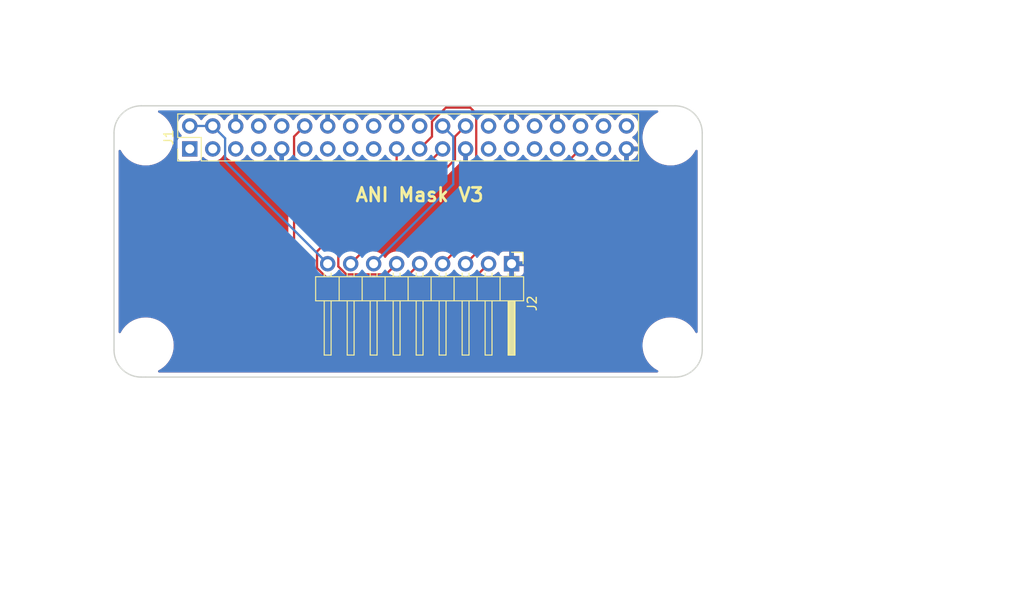
<source format=kicad_pcb>
(kicad_pcb (version 20211014) (generator pcbnew)
  (title_block (title "Raspberry Pi Zero (W) uHAT Template Board") (date "2019-02-28") (rev "1.0") (comment 1 "This PCB design is licensed under MIT Open Source License."))
  (layers (0 "F.Cu" signal) (31 "B.Cu" signal) (34 "B.Paste" user) (35 "F.Paste" user) (36 "B.SilkS" user "B.Silkscreen") (37 "F.SilkS" user "F.Silkscreen") (38 "B.Mask" user) (39 "F.Mask" user) (44 "Edge.Cuts" user))
  (net 0 "")
  (net 1 "GND")
  (net 25 "Net-(J1-Pad2)")
  (net 26 "Net-(J1-Pad12)")
  (net 27 "Net-(J1-Pad19)")
  (net 28 "Net-(J1-Pad21)")
  (net 29 "Net-(J1-Pad23)")
  (net 30 "Net-(J1-Pad24)")
  (net 31 "Net-(J1-Pad26)")
  (net 32 "Net-(J1-Pad35)")
  (footprint "lib:MountingHole_2.7mm_M2.5_uHAT_RPi" (layer "F.Cu") (at 121.032 94.568)
    (fp_text reference "H1" hide)
    (fp_text value "MountingHole" hide)
    (pad "" np_thru_hole circle locked (at 0 0) (size 2.7 2.7) (drill 2.7) (layers *.Cu *.Mask) (clearance 1.75))
  )
  (footprint "lib:MountingHole_2.7mm_M2.5_uHAT_RPi" (layer "F.Cu") (at 179.032 94.568)
    (fp_text reference "H2" hide)
    (fp_text value "MountingHole" hide)
    (pad "" np_thru_hole circle locked (at 0 0) (size 2.7 2.7) (drill 2.7) (layers *.Cu *.Mask) (clearance 1.75))
  )
  (footprint "lib:MountingHole_2.7mm_M2.5_uHAT_RPi" (layer "F.Cu") (at 179.032 117.568)
    (fp_text reference "H3" hide)
    (fp_text value "MountingHole" hide)
    (pad "" np_thru_hole circle locked (at 0 0) (size 2.7 2.7) (drill 2.7) (layers *.Cu *.Mask) (clearance 1.75))
  )
  (footprint "lib:MountingHole_2.7mm_M2.5_uHAT_RPi" (layer "F.Cu") (at 121.032 117.568)
    (fp_text reference "H4" hide)
    (fp_text value "MountingHole" hide)
    (pad "" np_thru_hole circle locked (at 0 0) (size 2.7 2.7) (drill 2.7) (layers *.Cu *.Mask) (clearance 1.75))
  )
  (footprint "Connector_PinHeader_2.54mm:PinHeader_1x09_P2.54mm_Horizontal" (layer "F.Cu") (at 161.462 108.533 -90)
    (fp_text reference "J2" (at 4.385 -2.27 90) (layer "F.SilkS"))
    (fp_text value "Eyes Connector")
    (fp_line (start 1.44 11.43) (end 4.1 11.43) (layer "F.SilkS") (width 0.12))
    (fp_line (start 1.11 -0.38) (end 1.44 -0.38) (layer "F.SilkS") (width 0.12))
    (fp_line (start 1.042929 17.4) (end 1.44 17.4) (layer "F.SilkS") (width 0.12))
    (fp_line (start 4.1 0.04) (end 10.1 0.04) (layer "F.SilkS") (width 0.12))
    (fp_line (start 10.1 9.78) (end 10.1 10.54) (layer "F.SilkS") (width 0.12))
    (fp_line (start 10.1 14.86) (end 10.1 15.62) (layer "F.SilkS") (width 0.12))
    (fp_line (start 10.1 2.92) (end 4.1 2.92) (layer "F.SilkS") (width 0.12))
    (fp_line (start 4.1 0.28) (end 10.1 0.28) (layer "F.SilkS") (width 0.12))
    (fp_line (start 4.1 0.16) (end 10.1 0.16) (layer "F.SilkS") (width 0.12))
    (fp_line (start 1.042929 4.7) (end 1.44 4.7) (layer "F.SilkS") (width 0.12))
    (fp_line (start 4.1 19.94) (end 10.1 19.94) (layer "F.SilkS") (width 0.12))
    (fp_line (start 10.1 18.16) (end 4.1 18.16) (layer "F.SilkS") (width 0.12))
    (fp_line (start 1.042929 2.92) (end 1.44 2.92) (layer "F.SilkS") (width 0.12))
    (fp_line (start 10.1 15.62) (end 4.1 15.62) (layer "F.SilkS") (width 0.12))
    (fp_line (start 1.44 16.51) (end 4.1 16.51) (layer "F.SilkS") (width 0.12))
    (fp_line (start 1.44 8.89) (end 4.1 8.89) (layer "F.SilkS") (width 0.12))
    (fp_line (start 4.1 -1.33) (end 1.44 -1.33) (layer "F.SilkS") (width 0.12))
    (fp_line (start 1.44 1.27) (end 4.1 1.27) (layer "F.SilkS") (width 0.12))
    (fp_line (start 1.11 0.38) (end 1.44 0.38) (layer "F.SilkS") (width 0.12))
    (fp_line (start 10.1 17.4) (end 10.1 18.16) (layer "F.SilkS") (width 0.12))
    (fp_line (start 10.1 12.32) (end 10.1 13.08) (layer "F.SilkS") (width 0.12))
    (fp_line (start 1.042929 13.08) (end 1.44 13.08) (layer "F.SilkS") (width 0.12))
    (fp_line (start 1.44 13.97) (end 4.1 13.97) (layer "F.SilkS") (width 0.12))
    (fp_line (start 4.1 -0.08) (end 10.1 -0.08) (layer "F.SilkS") (width 0.12))
    (fp_line (start 4.1 -0.2) (end 10.1 -0.2) (layer "F.SilkS") (width 0.12))
    (fp_line (start 1.042929 7.24) (end 1.44 7.24) (layer "F.SilkS") (width 0.12))
    (fp_line (start 4.1 14.86) (end 10.1 14.86) (layer "F.SilkS") (width 0.12))
    (fp_line (start 1.042929 2.16) (end 1.44 2.16) (layer "F.SilkS") (width 0.12))
    (fp_line (start 4.1 9.78) (end 10.1 9.78) (layer "F.SilkS") (width 0.12))
    (fp_line (start 1.042929 14.86) (end 1.44 14.86) (layer "F.SilkS") (width 0.12))
    (fp_line (start 4.1 -0.32) (end 10.1 -0.32) (layer "F.SilkS") (width 0.12))
    (fp_line (start 1.042929 10.54) (end 1.44 10.54) (layer "F.SilkS") (width 0.12))
    (fp_line (start 4.1 12.32) (end 10.1 12.32) (layer "F.SilkS") (width 0.12))
    (fp_line (start 10.1 20.7) (end 4.1 20.7) (layer "F.SilkS") (width 0.12))
    (fp_line (start 10.1 7.24) (end 10.1 8) (layer "F.SilkS") (width 0.12))
    (fp_line (start 1.042929 19.94) (end 1.44 19.94) (layer "F.SilkS") (width 0.12))
    (fp_line (start 1.042929 8) (end 1.44 8) (layer "F.SilkS") (width 0.12))
    (fp_line (start 1.042929 9.78) (end 1.44 9.78) (layer "F.SilkS") (width 0.12))
    (fp_line (start 10.1 19.94) (end 10.1 20.7) (layer "F.SilkS") (width 0.12))
    (fp_line (start 4.1 2.16) (end 10.1 2.16) (layer "F.SilkS") (width 0.12))
    (fp_line (start -1.27 -1.27) (end 0 -1.27) (layer "F.SilkS") (width 0.12))
    (fp_line (start 1.44 3.81) (end 4.1 3.81) (layer "F.SilkS") (width 0.12))
    (fp_line (start 1.44 21.65) (end 4.1 21.65) (layer "F.SilkS") (width 0.12))
    (fp_line (start 1.042929 20.7) (end 1.44 20.7) (layer "F.SilkS") (width 0.12))
    (fp_line (start 10.1 5.46) (end 4.1 5.46) (layer "F.SilkS") (width 0.12))
    (fp_line (start 1.44 19.05) (end 4.1 19.05) (layer "F.SilkS") (width 0.12))
    (fp_line (start 1.44 6.35) (end 4.1 6.35) (layer "F.SilkS") (width 0.12))
    (fp_line (start 4.1 4.7) (end 10.1 4.7) (layer "F.SilkS") (width 0.12))
    (fp_line (start 10.1 4.7) (end 10.1 5.46) (layer "F.SilkS") (width 0.12))
    (fp_line (start 4.1 -0.38) (end 10.1 -0.38) (layer "F.SilkS") (width 0.12))
    (fp_line (start 1.042929 15.62) (end 1.44 15.62) (layer "F.SilkS") (width 0.12))
    (fp_line (start 1.042929 5.46) (end 1.44 5.46) (layer "F.SilkS") (width 0.12))
    (fp_line (start -1.27 0) (end -1.27 -1.27) (layer "F.SilkS") (width 0.12))
    (fp_line (start 10.1 8) (end 4.1 8) (layer "F.SilkS") (width 0.12))
    (fp_line (start 10.1 0.38) (end 4.1 0.38) (layer "F.SilkS") (width 0.12))
    (fp_line (start 4.1 21.65) (end 4.1 -1.33) (layer "F.SilkS") (width 0.12))
    (fp_line (start 10.1 10.54) (end 4.1 10.54) (layer "F.SilkS") (width 0.12))
    (fp_line (start 10.1 -0.38) (end 10.1 0.38) (layer "F.SilkS") (width 0.12))
    (fp_line (start 1.44 -1.33) (end 1.44 21.65) (layer "F.SilkS") (width 0.12))
    (fp_line (start 4.1 17.4) (end 10.1 17.4) (layer "F.SilkS") (width 0.12))
    (fp_line (start 1.042929 18.16) (end 1.44 18.16) (layer "F.SilkS") (width 0.12))
    (fp_line (start 10.1 2.16) (end 10.1 2.92) (layer "F.SilkS") (width 0.12))
    (fp_line (start 1.042929 12.32) (end 1.44 12.32) (layer "F.SilkS") (width 0.12))
    (fp_line (start 4.1 7.24) (end 10.1 7.24) (layer "F.SilkS") (width 0.12))
    (fp_line (start 10.1 13.08) (end 4.1 13.08) (layer "F.SilkS") (width 0.12))
    (pad "1" thru_hole rect (at 0 0 270) (size 1.7 1.7) (drill 1) (layers *.Cu *.Mask) (net 1 "GND"))
    (pad "2" thru_hole oval (at 0 2.54 270) (size 1.7 1.7) (drill 1) (layers *.Cu *.Mask) (net 26 "Net-(J1-Pad12)"))
    (pad "3" thru_hole oval (at 0 5.08 270) (size 1.7 1.7) (drill 1) (layers *.Cu *.Mask) (net 32 "Net-(J1-Pad35)"))
    (pad "4" thru_hole oval (at 0 7.62 270) (size 1.7 1.7) (drill 1) (layers *.Cu *.Mask) (net 28 "Net-(J1-Pad21)"))
    (pad "5" thru_hole oval (at 0 10.16 270) (size 1.7 1.7) (drill 1) (layers *.Cu *.Mask) (net 27 "Net-(J1-Pad19)"))
    (pad "6" thru_hole oval (at 0 12.7 270) (size 1.7 1.7) (drill 1) (layers *.Cu *.Mask) (net 29 "Net-(J1-Pad23)"))
    (pad "7" thru_hole oval (at 0 15.24 270) (size 1.7 1.7) (drill 1) (layers *.Cu *.Mask) (net 30 "Net-(J1-Pad24)"))
    (pad "8" thru_hole oval (at 0 17.78 270) (size 1.7 1.7) (drill 1) (layers *.Cu *.Mask) (net 31 "Net-(J1-Pad26)"))
    (pad "9" thru_hole oval (at 0 20.32 270) (size 1.7 1.7) (drill 1) (layers *.Cu *.Mask) (net 25 "Net-(J1-Pad2)"))
  )
  (footprint "Connector_PinHeader_2.54mm:PinHeader_2x20_P2.54mm_Vertical" (layer "F.Cu") (at 125.902 95.833 90)
    (fp_text reference "J1" (at 1.27 -2.33 90) (layer "F.SilkS"))
    (fp_text value "Raspberry_Pi_2_3")
    (fp_line (start 3.87 -1.33) (end 3.87 49.59) (layer "F.SilkS") (width 0.12))
    (fp_line (start -1.33 0) (end -1.33 -1.33) (layer "F.SilkS") (width 0.12))
    (fp_line (start 1.27 1.27) (end 1.27 -1.33) (layer "F.SilkS") (width 0.12))
    (fp_line (start -1.33 1.27) (end 1.27 1.27) (layer "F.SilkS") (width 0.12))
    (fp_line (start -1.33 1.27) (end -1.33 49.59) (layer "F.SilkS") (width 0.12))
    (fp_line (start -1.33 49.59) (end 3.87 49.59) (layer "F.SilkS") (width 0.12))
    (fp_line (start -1.33 -1.33) (end 0 -1.33) (layer "F.SilkS") (width 0.12))
    (fp_line (start 1.27 -1.33) (end 3.87 -1.33) (layer "F.SilkS") (width 0.12))
    (pad "1" thru_hole rect (at 0 0 90) (size 1.7 1.7) (drill 1) (layers *.Cu *.Mask))
    (pad "2" thru_hole oval (at 2.54 0 90) (size 1.7 1.7) (drill 1) (layers *.Cu *.Mask) (net 25 "Net-(J1-Pad2)"))
    (pad "3" thru_hole oval (at 0 2.54 90) (size 1.7 1.7) (drill 1) (layers *.Cu *.Mask))
    (pad "4" thru_hole oval (at 2.54 2.54 90) (size 1.7 1.7) (drill 1) (layers *.Cu *.Mask) (net 25 "Net-(J1-Pad2)"))
    (pad "5" thru_hole oval (at 0 5.08 90) (size 1.7 1.7) (drill 1) (layers *.Cu *.Mask))
    (pad "6" thru_hole oval (at 2.54 5.08 90) (size 1.7 1.7) (drill 1) (layers *.Cu *.Mask) (net 1 "GND"))
    (pad "7" thru_hole oval (at 0 7.62 90) (size 1.7 1.7) (drill 1) (layers *.Cu *.Mask))
    (pad "8" thru_hole oval (at 2.54 7.62 90) (size 1.7 1.7) (drill 1) (layers *.Cu *.Mask))
    (pad "9" thru_hole oval (at 0 10.16 90) (size 1.7 1.7) (drill 1) (layers *.Cu *.Mask) (net 1 "GND"))
    (pad "10" thru_hole oval (at 2.54 10.16 90) (size 1.7 1.7) (drill 1) (layers *.Cu *.Mask))
    (pad "11" thru_hole oval (at 0 12.7 90) (size 1.7 1.7) (drill 1) (layers *.Cu *.Mask))
    (pad "12" thru_hole oval (at 2.54 12.7 90) (size 1.7 1.7) (drill 1) (layers *.Cu *.Mask) (net 26 "Net-(J1-Pad12)"))
    (pad "13" thru_hole oval (at 0 15.24 90) (size 1.7 1.7) (drill 1) (layers *.Cu *.Mask))
    (pad "14" thru_hole oval (at 2.54 15.24 90) (size 1.7 1.7) (drill 1) (layers *.Cu *.Mask) (net 1 "GND"))
    (pad "15" thru_hole oval (at 0 17.78 90) (size 1.7 1.7) (drill 1) (layers *.Cu *.Mask))
    (pad "16" thru_hole oval (at 2.54 17.78 90) (size 1.7 1.7) (drill 1) (layers *.Cu *.Mask))
    (pad "17" thru_hole oval (at 0 20.32 90) (size 1.7 1.7) (drill 1) (layers *.Cu *.Mask))
    (pad "18" thru_hole oval (at 2.54 20.32 90) (size 1.7 1.7) (drill 1) (layers *.Cu *.Mask))
    (pad "19" thru_hole oval (at 0 22.86 90) (size 1.7 1.7) (drill 1) (layers *.Cu *.Mask) (net 27 "Net-(J1-Pad19)"))
    (pad "20" thru_hole oval (at 2.54 22.86 90) (size 1.7 1.7) (drill 1) (layers *.Cu *.Mask) (net 1 "GND"))
    (pad "21" thru_hole oval (at 0 25.4 90) (size 1.7 1.7) (drill 1) (layers *.Cu *.Mask) (net 28 "Net-(J1-Pad21)"))
    (pad "22" thru_hole oval (at 2.54 25.4 90) (size 1.7 1.7) (drill 1) (layers *.Cu *.Mask))
    (pad "23" thru_hole oval (at 0 27.94 90) (size 1.7 1.7) (drill 1) (layers *.Cu *.Mask) (net 29 "Net-(J1-Pad23)"))
    (pad "24" thru_hole oval (at 2.54 27.94 90) (size 1.7 1.7) (drill 1) (layers *.Cu *.Mask) (net 30 "Net-(J1-Pad24)"))
    (pad "25" thru_hole oval (at 0 30.48 90) (size 1.7 1.7) (drill 1) (layers *.Cu *.Mask) (net 1 "GND"))
    (pad "26" thru_hole oval (at 2.54 30.48 90) (size 1.7 1.7) (drill 1) (layers *.Cu *.Mask) (net 31 "Net-(J1-Pad26)"))
    (pad "27" thru_hole oval (at 0 33.02 90) (size 1.7 1.7) (drill 1) (layers *.Cu *.Mask))
    (pad "28" thru_hole oval (at 2.54 33.02 90) (size 1.7 1.7) (drill 1) (layers *.Cu *.Mask))
    (pad "29" thru_hole oval (at 0 35.56 90) (size 1.7 1.7) (drill 1) (layers *.Cu *.Mask))
    (pad "30" thru_hole oval (at 2.54 35.56 90) (size 1.7 1.7) (drill 1) (layers *.Cu *.Mask) (net 1 "GND"))
    (pad "31" thru_hole oval (at 0 38.1 90) (size 1.7 1.7) (drill 1) (layers *.Cu *.Mask))
    (pad "32" thru_hole oval (at 2.54 38.1 90) (size 1.7 1.7) (drill 1) (layers *.Cu *.Mask))
    (pad "33" thru_hole oval (at 0 40.64 90) (size 1.7 1.7) (drill 1) (layers *.Cu *.Mask))
    (pad "34" thru_hole oval (at 2.54 40.64 90) (size 1.7 1.7) (drill 1) (layers *.Cu *.Mask) (net 1 "GND"))
    (pad "35" thru_hole oval (at 0 43.18 90) (size 1.7 1.7) (drill 1) (layers *.Cu *.Mask) (net 32 "Net-(J1-Pad35)"))
    (pad "36" thru_hole oval (at 2.54 43.18 90) (size 1.7 1.7) (drill 1) (layers *.Cu *.Mask))
    (pad "37" thru_hole oval (at 0 45.72 90) (size 1.7 1.7) (drill 1) (layers *.Cu *.Mask))
    (pad "38" thru_hole oval (at 2.54 45.72 90) (size 1.7 1.7) (drill 1) (layers *.Cu *.Mask))
    (pad "39" thru_hole oval (at 0 48.26 90) (size 1.7 1.7) (drill 1) (layers *.Cu *.Mask) (net 1 "GND"))
    (pad "40" thru_hole oval (at 2.54 48.26 90) (size 1.7 1.7) (drill 1) (layers *.Cu *.Mask))
  )
  (gr_line (start 121.032 121.068) (end 179.032 121.068) (layer "Edge.Cuts") (width 0.15))
  (gr_arc (start 179.532 91.068) (mid 181.65332 91.94668) (end 182.532 94.068) (layer "Edge.Cuts") (width 0.15))
  (gr_arc (start 182.532 118.068) (mid 181.65332 120.18932) (end 179.532 121.068) (layer "Edge.Cuts") (width 0.15))
  (gr_arc (start 120.532 121.068) (mid 118.41068 120.18932) (end 117.532 118.068) (layer "Edge.Cuts") (width 0.15))
  (gr_arc (start 117.532 94.068) (mid 118.41068 91.94668) (end 120.532 91.068) (layer "Edge.Cuts") (width 0.15))
  (gr_line (start 117.532 118.068) (end 117.532 94.068) (layer "Edge.Cuts") (width 0.15))
  (gr_line (start 120.532 91.068) (end 179.532 91.068) (layer "Edge.Cuts") (width 0.15))
  (gr_line (start 182.532 94.068) (end 182.532 118.068) (layer "Edge.Cuts") (width 0.15))
  (gr_line (start 179.032 121.068) (end 179.532 121.068) (layer "Edge.Cuts") (width 0.15))
  (gr_line (start 121.032 121.068) (end 120.532 121.068) (layer "Edge.Cuts") (width 0.15))
  (gr_text "ANI Mask V3" (at 151.302 100.913) (layer "F.SilkS") (effects (font (size 1.5 1.5) (thickness 0.3))))
  (segment (start 129.807489 94.658489) (end 129.807489 97.198489) (width 0.25) (layer "B.Cu") (net 25))
  (segment (start 125.902 93.293) (end 128.442 93.293) (width 0.25) (layer "B.Cu") (net 25))
  (segment (start 128.442 93.293) (end 129.807489 94.658489) (width 0.25) (layer "B.Cu") (net 25))
  (segment (start 129.807489 97.198489) (end 141.142 108.533) (width 0.25) (layer "B.Cu") (net 25))
  (segment (start 138.602 111.073) (end 156.382 111.073) (width 0.25) (layer "F.Cu") (net 26))
  (segment (start 156.382 111.073) (end 158.922 108.533) (width 0.25) (layer "F.Cu") (net 26))
  (segment (start 137.427489 109.898489) (end 138.602 111.073) (width 0.25) (layer "F.Cu") (net 26))
  (segment (start 138.602 93.293) (end 137.427489 94.467511) (width 0.25) (layer "F.Cu") (net 26))
  (segment (start 137.427489 94.467511) (end 137.427489 109.898489) (width 0.25) (layer "F.Cu") (net 26))
  (segment (start 139.967489 109.019499) (end 139.967489 107.167511) (width 0.25) (layer "F.Cu") (net 27))
  (segment (start 151.302 108.533) (end 149.677969 110.157031) (width 0.25) (layer "F.Cu") (net 27))
  (segment (start 141.105021 110.157031) (end 139.967489 109.019499) (width 0.25) (layer "F.Cu") (net 27))
  (segment (start 149.677969 110.157031) (end 141.105021 110.157031) (width 0.25) (layer "F.Cu") (net 27))
  (segment (start 148.762 98.373) (end 148.762 95.833) (width 0.25) (layer "F.Cu") (net 27))
  (segment (start 139.967489 107.167511) (end 148.762 98.373) (width 0.25) (layer "F.Cu") (net 27))
  (segment (start 152.667489 92.806501) (end 152.667489 94.467511) (width 0.25) (layer "F.Cu") (net 28))
  (segment (start 157.556511 104.818489) (end 157.556511 91.927511) (width 0.25) (layer "F.Cu") (net 28))
  (segment (start 152.667489 94.467511) (end 151.302 95.833) (width 0.25) (layer "F.Cu") (net 28))
  (segment (start 153.842 108.533) (end 157.556511 104.818489) (width 0.25) (layer "F.Cu") (net 28))
  (segment (start 154.20647 91.26752) (end 152.667489 92.806501) (width 0.25) (layer "F.Cu") (net 28))
  (segment (start 157.556511 91.927511) (end 156.89652 91.26752) (width 0.25) (layer "F.Cu") (net 28))
  (segment (start 156.89652 91.26752) (end 154.20647 91.26752) (width 0.25) (layer "F.Cu") (net 28))
  (segment (start 142.316511 107.358489) (end 142.316511 108.828521) (width 0.25) (layer "F.Cu") (net 29))
  (segment (start 153.842 95.833) (end 142.316511 107.358489) (width 0.25) (layer "F.Cu") (net 29))
  (segment (start 142.316511 108.828521) (end 143.195501 109.707511) (width 0.25) (layer "F.Cu") (net 29))
  (segment (start 147.587489 109.707511) (end 148.762 108.533) (width 0.25) (layer "F.Cu") (net 29))
  (segment (start 143.195501 109.707511) (end 147.587489 109.707511) (width 0.25) (layer "F.Cu") (net 29))
  (segment (start 155.016511 94.467511) (end 153.842 93.293) (width 0.25) (layer "B.Cu") (net 30))
  (segment (start 146.222 108.533) (end 155.016511 99.738489) (width 0.25) (layer "B.Cu") (net 30))
  (segment (start 155.016511 99.738489) (end 155.016511 94.467511) (width 0.25) (layer "B.Cu") (net 30))
  (segment (start 155.207489 94.467511) (end 156.382 93.293) (width 0.25) (layer "F.Cu") (net 31))
  (segment (start 155.207489 97.007511) (end 155.207489 94.467511) (width 0.25) (layer "F.Cu") (net 31))
  (segment (start 143.682 108.533) (end 155.207489 97.007511) (width 0.25) (layer "F.Cu") (net 31))
  (segment (start 156.382 108.533) (end 169.082 95.833) (width 0.25) (layer "F.Cu") (net 32))
  (zone (net 1) (net_name "GND") (layers F&B.Cu) (connect_pads (clearance 0.508)) (min_thickness 0.254) (fill yes (thermal_gap 0.508) (thermal_bridge_width 0.508))
    (polygon (pts (xy 184.322 121.233) (xy 115.742 121.233) (xy 115.742 90.753) (xy 184.322 90.753)))
  )
)
</source>
